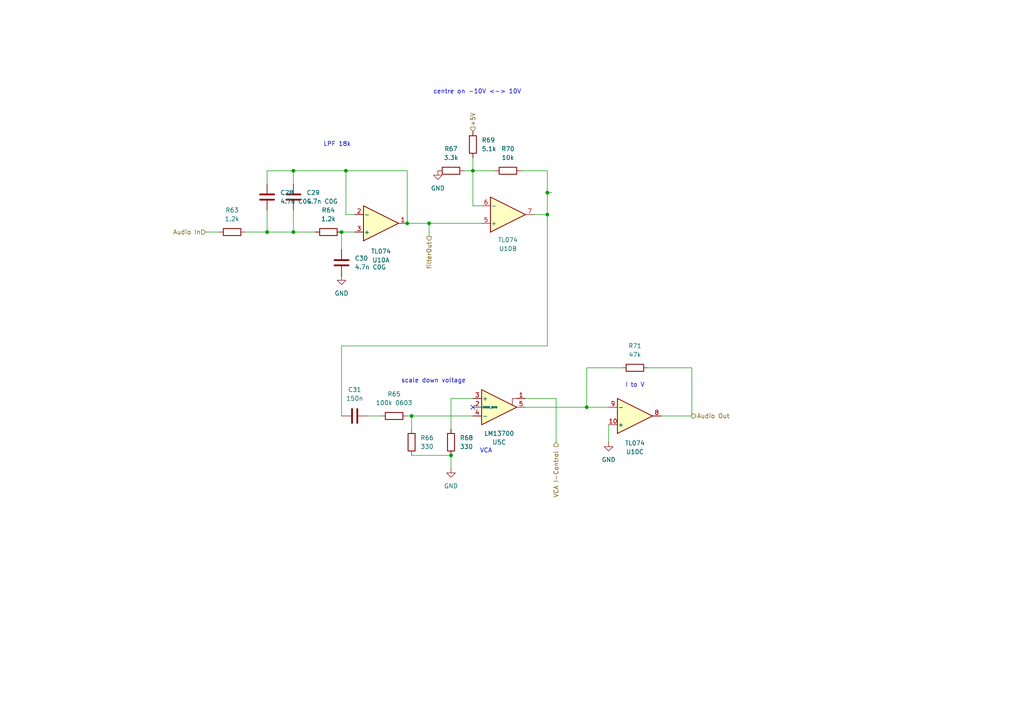
<source format=kicad_sch>
(kicad_sch (version 20250114) (generator "eeschema") (generator_version "9.0")
  (paper "A4")
  (lib_symbols
    (symbol "Amplifier_Operational:LM13700" (pin_names (offset 0.127))
      (property "Reference" "U" (at 3.81 5.08 0))
      (property "Value" "LM13700" (at 5.08 -5.08 0))
      (symbol "LM13700_1_1"
        (polyline (pts (xy 3.81 -0.635) (xy 3.81 -2.54) (xy 5.08 -2.54)))
        (polyline (pts (xy 5.08 0) (xy -5.08 -5.08) (xy -5.08 5.08) (xy 5.08 0)) (stroke (width 0.254)) (fill (type background)))
        (pin input line (at -7.62 2.54 0) (length 2.54) (name "-") (number "13"))
        (pin input line (at -7.62 0 0) (length 2.54) (name "DIODE_BIAS") (number "15"))
        (pin input line (at -7.62 -2.54 0) (length 2.54) (name "+") (number "14"))
        (pin output line (at 7.62 0 180) (length 2.54) (name "~") (number "12"))
        (pin input line (at 7.62 -2.54 180) (length 2.54) (name "~") (number "16"))
      )
      (symbol "LM13700_2_0"
        (polyline (pts (xy -1.905 2.54) (xy -3.175 2.54)))
      )
      (symbol "LM13700_2_1"
        (polyline (pts (xy -3.81 1.27) (xy -3.81 -1.27)))
        (polyline (pts (xy -3.81 0.635) (xy -2.54 1.27) (xy -2.54 1.905) (xy -2.54 2.54)))
        (polyline (pts (xy -3.81 -0.635) (xy -2.54 -1.27)))
        (circle (center -2.54 1.905) (radius 0.254) (stroke (width 0.254)) (fill (type outline)))
        (polyline (pts (xy -2.54 0) (xy -2.54 -2.54)))
        (polyline (pts (xy -2.54 -0.635) (xy -1.27 0) (xy -1.27 1.905) (xy -2.54 1.905)))
        (polyline (pts (xy -2.54 -1.27) (xy -3.175 -0.635) (xy -3.175 -1.27) (xy -2.54 -1.27)) (fill (type outline)))
        (polyline (pts (xy -2.54 -1.905) (xy -1.27 -2.54)))
        (polyline (pts (xy -1.27 -2.54) (xy -1.905 -1.905) (xy -1.905 -2.54) (xy -1.27 -2.54)) (fill (type outline)))
        (text "V+" (at -2.54 3.81 0) (effects (font (size 1.27 1.27))))
        (pin input line (at -7.62 0 0) (length 3.81) (name "~") (number "10"))
        (pin output line (at 2.54 -2.54 180) (length 3.81) (name "~") (number "9"))
      )
      (symbol "LM13700_3_1"
        (polyline (pts (xy 3.81 -0.635) (xy 3.81 -2.54) (xy 5.08 -2.54)))
        (polyline (pts (xy 5.08 0) (xy -5.08 -5.08) (xy -5.08 5.08) (xy 5.08 0)) (stroke (width 0.254)) (fill (type background)))
        (pin input line (at -7.62 2.54 0) (length 2.54) (name "-") (number "4"))
        (pin input line (at -7.62 0 0) (length 2.54) (name "DIODE_BIAS") (number "2"))
        (pin input line (at -7.62 -2.54 0) (length 2.54) (name "+") (number "3"))
        (pin output line (at 7.62 0 180) (length 2.54) (name "~") (number "5"))
        (pin input line (at 7.62 -2.54 180) (length 2.54) (name "~") (number "1"))
      )
      (symbol "LM13700_4_0"
        (polyline (pts (xy -3.175 2.54) (xy -1.905 2.54)))
        (text "V+" (at -2.54 3.81 0) (effects (font (size 1.27 1.27))))
      )
      (symbol "LM13700_4_1"
        (polyline (pts (xy -3.81 1.27) (xy -3.81 -1.27)))
        (polyline (pts (xy -3.81 0.635) (xy -2.54 1.27) (xy -2.54 2.54)))
        (polyline (pts (xy -3.81 -0.635) (xy -2.54 -1.27)))
        (circle (center -2.54 1.905) (radius 0.254) (stroke (width 0.254)) (fill (type outline)))
        (polyline (pts (xy -2.54 0) (xy -2.54 -2.54)))
        (polyline (pts (xy -2.54 -0.635) (xy -1.27 0) (xy -1.27 1.905) (xy -2.54 1.905)))
        (polyline (pts (xy -2.54 -1.27) (xy -3.175 -0.635) (xy -3.175 -1.27) (xy -2.54 -1.27)) (fill (type outline)))
        (polyline (pts (xy -2.54 -1.905) (xy -1.27 -2.54)))
        (polyline (pts (xy -1.27 -2.54) (xy -1.905 -1.905) (xy -1.905 -2.54) (xy -1.27 -2.54)) (fill (type outline)))
        (pin input line (at -7.62 0 0) (length 3.81) (name "~") (number "7"))
        (pin output line (at 2.54 -2.54 180) (length 3.81) (name "~") (number "8"))
      )
      (symbol "LM13700_5_1"
        (pin power_in line (at -2.54 7.62 270) (length 3.81) (name "V+") (number "11"))
        (pin power_in line (at -2.54 -7.62 90) (length 3.81) (name "V-") (number "6"))
      )
    )
    (symbol "Amplifier_Operational:TL074" (pin_names (offset 0.127))
      (property "Reference" "U" (at 0 5.08 0))
      (property "Value" "TL074" (at 0 -5.08 0))
      (symbol "TL074_1_1"
        (polyline (pts (xy -5.08 5.08) (xy 5.08 0) (xy -5.08 -5.08) (xy -5.08 5.08)) (stroke (width 0.254)) (fill (type background)))
        (pin input line (at -7.62 2.54 0) (length 2.54) (name "+") (number "3"))
        (pin input line (at -7.62 -2.54 0) (length 2.54) (name "-") (number "2"))
        (pin output line (at 7.62 0 180) (length 2.54) (name "~") (number "1"))
      )
      (symbol "TL074_2_1"
        (polyline (pts (xy -5.08 5.08) (xy 5.08 0) (xy -5.08 -5.08) (xy -5.08 5.08)) (stroke (width 0.254)) (fill (type background)))
        (pin input line (at -7.62 2.54 0) (length 2.54) (name "+") (number "5"))
        (pin input line (at -7.62 -2.54 0) (length 2.54) (name "-") (number "6"))
        (pin output line (at 7.62 0 180) (length 2.54) (name "~") (number "7"))
      )
      (symbol "TL074_3_1"
        (polyline (pts (xy -5.08 5.08) (xy 5.08 0) (xy -5.08 -5.08) (xy -5.08 5.08)) (stroke (width 0.254)) (fill (type background)))
        (pin input line (at -7.62 2.54 0) (length 2.54) (name "+") (number "10"))
        (pin input line (at -7.62 -2.54 0) (length 2.54) (name "-") (number "9"))
        (pin output line (at 7.62 0 180) (length 2.54) (name "~") (number "8"))
      )
      (symbol "TL074_4_1"
        (polyline (pts (xy -5.08 5.08) (xy 5.08 0) (xy -5.08 -5.08) (xy -5.08 5.08)) (stroke (width 0.254)) (fill (type background)))
        (pin input line (at -7.62 2.54 0) (length 2.54) (name "+") (number "12"))
        (pin input line (at -7.62 -2.54 0) (length 2.54) (name "-") (number "13"))
        (pin output line (at 7.62 0 180) (length 2.54) (name "~") (number "14"))
      )
      (symbol "TL074_5_1"
        (pin power_in line (at -2.54 7.62 270) (length 3.81) (name "V+") (number "4"))
        (pin power_in line (at -2.54 -7.62 90) (length 3.81) (name "V-") (number "11"))
      )
    )
    (symbol "Device:C" (pin_numbers (hide yes)) (pin_names (offset 0.254))
      (property "Reference" "C" (at 0.635 2.54 0))
      (property "Value" "C" (at 0.635 -2.54 0))
      (symbol "C_0_1"
        (polyline (pts (xy -2.032 0.762) (xy 2.032 0.762)) (stroke (width 0.508)))
        (polyline (pts (xy -2.032 -0.762) (xy 2.032 -0.762)) (stroke (width 0.508)))
      )
      (symbol "C_1_1"
        (pin passive line (at 0 3.81 270) (length 2.794) (name "~") (number "1"))
        (pin passive line (at 0 -3.81 90) (length 2.794) (name "~") (number "2"))
      )
    )
    (symbol "Device:R" (pin_numbers (hide yes)) (pin_names (offset 0))
      (property "Reference" "R" (at 2.032 0 90))
      (property "Value" "R" (at 0 0 90))
      (symbol "R_0_1"
        (rectangle (start -1.016 -2.54) (end 1.016 2.54) (stroke (width 0.254)))
      )
      (symbol "R_1_1"
        (pin passive line (at 0 3.81 270) (length 1.27) (name "~") (number "1"))
        (pin passive line (at 0 -3.81 90) (length 1.27) (name "~") (number "2"))
      )
    )
    (symbol "power:GND" (power) (pin_numbers (hide yes)) (pin_names (offset 0) (hide yes))
      (property "Value" "GND" (at 0 -3.81 0))
      (symbol "GND_0_1"
        (polyline (pts (xy 0 0) (xy 0 -1.27) (xy 1.27 -1.27) (xy 0 -2.54) (xy -1.27 -1.27) (xy 0 -1.27)))
      )
      (symbol "GND_1_1"
        (pin power_in line (at 0 0 270) (length 0) (name "~") (number "1"))
      )
    )
  )
  (text "LPF 18k\n" (at 97.79 41.91 0) (effects (font (size 1.27 1.27))))
  (text "I to V" (at 184.15 111.76 0) (effects (font (size 1.27 1.27))))
  (text "VCA" (at 140.97 130.81 0) (effects (font (size 1.27 1.27))))
  (text "centre on -10V <-> 10V" (at 138.43 26.67 0) (effects (font (size 1.27 1.27))))
  (text "scale down voltage" (at 125.73 110.49 0) (effects (font (size 1.27 1.27))))
  (junction (at 99.06 67.31))
  (junction (at 137.16 49.53))
  (junction (at 119.38 120.65))
  (junction (at 158.75 62.23))
  (junction (at 158.75 55.88))
  (junction (at 130.81 132.08))
  (junction (at 77.47 67.31))
  (junction (at 100.33 49.53))
  (junction (at 124.46 64.77))
  (junction (at 170.18 118.11))
  (junction (at 85.09 67.31))
  (junction (at 118.11 64.77))
  (junction (at 85.09 49.53))
  (no_connect (at 137.16 118.11))
  (wire (pts (xy 118.11 64.77) (xy 124.46 64.77)))
  (wire (pts (xy 151.13 49.53) (xy 158.75 49.53)))
  (wire (pts (xy 99.06 67.31) (xy 99.06 72.39)))
  (wire (pts (xy 77.47 49.53) (xy 85.09 49.53)))
  (wire (pts (xy 118.11 120.65) (xy 119.38 120.65)))
  (wire (pts (xy 176.53 128.27) (xy 176.53 123.19)))
  (wire (pts (xy 170.18 106.68) (xy 170.18 118.11)))
  (wire (pts (xy 130.81 135.89) (xy 130.81 132.08)))
  (wire (pts (xy 200.66 106.68) (xy 187.96 106.68)))
  (wire (pts (xy 161.29 115.57) (xy 152.4 115.57)))
  (wire (pts (xy 191.77 120.65) (xy 200.66 120.65)))
  (wire (pts (xy 99.06 67.31) (xy 102.87 67.31)))
  (wire (pts (xy 77.47 67.31) (xy 85.09 67.31)))
  (wire (pts (xy 180.34 106.68) (xy 170.18 106.68)))
  (wire (pts (xy 152.4 118.11) (xy 170.18 118.11)))
  (wire (pts (xy 77.47 53.34) (xy 77.47 49.53)))
  (wire (pts (xy 130.81 124.46) (xy 130.81 115.57)))
  (wire (pts (xy 137.16 45.72) (xy 137.16 49.53)))
  (wire (pts (xy 137.16 59.69) (xy 137.16 49.53)))
  (wire (pts (xy 85.09 49.53) (xy 100.33 49.53)))
  (wire (pts (xy 130.81 115.57) (xy 137.16 115.57)))
  (wire (pts (xy 124.46 68.58) (xy 124.46 64.77)))
  (wire (pts (xy 119.38 132.08) (xy 130.81 132.08)))
  (wire (pts (xy 158.75 55.88) (xy 158.75 62.23)))
  (wire (pts (xy 119.38 124.46) (xy 119.38 120.65)))
  (wire (pts (xy 137.16 49.53) (xy 143.51 49.53)))
  (wire (pts (xy 158.75 55.88) (xy 160.02 55.88)))
  (wire (pts (xy 100.33 49.53) (xy 118.11 49.53)))
  (wire (pts (xy 139.7 59.69) (xy 137.16 59.69)))
  (wire (pts (xy 85.09 67.31) (xy 91.44 67.31)))
  (wire (pts (xy 161.29 128.27) (xy 161.29 115.57)))
  (wire (pts (xy 118.11 49.53) (xy 118.11 64.77)))
  (wire (pts (xy 100.33 62.23) (xy 100.33 49.53)))
  (wire (pts (xy 158.75 100.33) (xy 99.06 100.33)))
  (wire (pts (xy 85.09 60.96) (xy 85.09 67.31)))
  (wire (pts (xy 158.75 62.23) (xy 154.94 62.23)))
  (wire (pts (xy 102.87 62.23) (xy 100.33 62.23)))
  (wire (pts (xy 77.47 60.96) (xy 77.47 67.31)))
  (wire (pts (xy 59.69 67.31) (xy 63.5 67.31)))
  (wire (pts (xy 158.75 62.23) (xy 158.75 100.33)))
  (wire (pts (xy 99.06 100.33) (xy 99.06 120.65)))
  (wire (pts (xy 85.09 53.34) (xy 85.09 49.53)))
  (wire (pts (xy 158.75 49.53) (xy 158.75 55.88)))
  (wire (pts (xy 200.66 106.68) (xy 200.66 120.65)))
  (wire (pts (xy 110.49 120.65) (xy 106.68 120.65)))
  (wire (pts (xy 119.38 120.65) (xy 137.16 120.65)))
  (wire (pts (xy 71.12 67.31) (xy 77.47 67.31)))
  (wire (pts (xy 124.46 64.77) (xy 139.7 64.77)))
  (wire (pts (xy 170.18 118.11) (xy 176.53 118.11)))
  (wire (pts (xy 134.62 49.53) (xy 137.16 49.53)))
  (hierarchical_label "Audio In" (shape input) (at 59.69 67.31 180))
  (hierarchical_label "Audio Out" (shape output) (at 200.66 120.65 0))
  (hierarchical_label "VCA I-Control " (shape input) (at 161.29 128.27 270))
  (hierarchical_label "+5V" (shape input) (at 137.16 38.1 90))
  (hierarchical_label "filterOut" (shape output) (at 124.46 68.58 270))
  (symbol (lib_id "power:GND") (at 99.06 80.01 0) (unit 1)
    (property "Reference" "#PWR087" (effects (hide yes)))
    (property "Value" "GND" (at 99.06 85.09 0))
    (property "Description" "Power symbol creates a global label with name \"GND\" , ground" (effects (hide yes)))
    (instances (project "myriad_0.4" (path "" (reference "#PWR091") (unit 1)) (path "" (reference "#PWR087") (unit 1))))
  )
  (symbol (lib_id "Device:C") (at 85.09 57.15 0) (unit 1)
    (property "Reference" "C25" (at 88.9 55.8799 0) (effects (justify left)))
    (property "Value" "4.7n C0G" (at 88.9 58.4199 0) (effects (justify left)))
    (property "Footprint" "Capacitor_SMD:C_0805_2012Metric" (effects (hide yes)))
    (property "Description" "Unpolarized capacitor" (effects (hide yes)))
    (instances (project "myriad_0.4" (path "" (reference "C29") (unit 1)) (path "" (reference "C25") (unit 1))))
  )
  (symbol (lib_id "Amplifier_Operational:TL074") (at 184.15 120.65 0) (mirror x) (unit 3)
    (property "Reference" "U4" (at 184.15 131.064 0))
    (property "Value" "TL074" (at 184.15 128.524 0))
    (property "Footprint" "Package_SO:TSSOP-14_4.4x5mm_P0.65mm" (effects (hide yes)))
    (property "Datasheet" "http://www.ti.com/lit/ds/symlink/tl071.pdf" (effects (hide yes)))
    (property "Description" "Quad Low-Noise JFET-Input Operational Amplifiers, DIP-14/SOIC-14" (effects (hide yes)))
    (instances (project "myriad_0.4" (path "" (reference "U10") (unit 3)) (path "" (reference "U4") (unit 3))))
  )
  (symbol (lib_id "Device:C") (at 77.47 57.15 0) (mirror y) (unit 1)
    (property "Reference" "C24" (at 81.28 55.8799 0) (effects (justify right)))
    (property "Value" "4.7n C0G" (at 81.28 58.4199 0) (effects (justify right)))
    (property "Footprint" "Capacitor_SMD:C_0805_2012Metric" (effects (hide yes)))
    (property "Description" "Unpolarized capacitor" (effects (hide yes)))
    (instances (project "myriad_0.4" (path "" (reference "C28") (unit 1)) (path "" (reference "C24") (unit 1))))
  )
  (symbol (lib_id "Device:R") (at 114.3 120.65 90) (unit 1)
    (property "Reference" "R56" (at 114.3 114.3 90))
    (property "Value" "100k 0603" (at 114.3 116.84 90))
    (property "Footprint" "Resistor_SMD:R_0603_1608Metric" (effects (hide yes)))
    (property "Description" "Resistor" (effects (hide yes)))
    (instances (project "myriad_0.4" (path "" (reference "R65") (unit 1)) (path "" (reference "R56") (unit 1))))
  )
  (symbol (lib_id "Device:R") (at 67.31 67.31 90) (unit 1)
    (property "Reference" "R54" (at 67.31 60.96 90))
    (property "Value" "1.2k" (at 67.31 63.5 90))
    (property "Footprint" "Resistor_SMD:R_0603_1608Metric" (effects (hide yes)))
    (property "Description" "Resistor" (effects (hide yes)))
    (instances (project "myriad_0.4" (path "" (reference "R63") (unit 1)) (path "" (reference "R54") (unit 1))))
  )
  (symbol (lib_id "Device:C") (at 102.87 120.65 90) (unit 1)
    (property "Reference" "C27" (at 102.87 113.03 90))
    (property "Value" "150n" (at 102.87 115.57 90))
    (property "Footprint" "Capacitor_THT:C_Rect_L7.0mm_W4.5mm_P5.00mm" (effects (hide yes)))
    (property "Description" "Unpolarized capacitor" (effects (hide yes)))
    (instances (project "myriad_0.4" (path "" (reference "C31") (unit 1)) (path "" (reference "C27") (unit 1))))
  )
  (symbol (lib_id "Device:R") (at 95.25 67.31 90) (unit 1)
    (property "Reference" "R55" (at 95.25 60.96 90))
    (property "Value" "1.2k" (at 95.25 63.5 90))
    (property "Footprint" "Resistor_SMD:R_0603_1608Metric" (effects (hide yes)))
    (property "Description" "Resistor" (effects (hide yes)))
    (instances (project "myriad_0.4" (path "" (reference "R64") (unit 1)) (path "" (reference "R55") (unit 1))))
  )
  (symbol (lib_id "Device:R") (at 130.81 49.53 90) (unit 1)
    (property "Reference" "R58" (at 130.81 43.18 90))
    (property "Value" "3.3k" (at 130.81 45.72 90))
    (property "Footprint" "Resistor_SMD:R_0603_1608Metric" (effects (hide yes)))
    (property "Description" "Resistor" (effects (hide yes)))
    (instances (project "myriad_0.4" (path "" (reference "R67") (unit 1)) (path "" (reference "R58") (unit 1))))
  )
  (symbol (lib_id "Device:R") (at 184.15 106.68 90) (unit 1)
    (property "Reference" "R62" (at 184.15 100.33 90))
    (property "Value" "47k" (at 184.15 102.87 90))
    (property "Footprint" "Resistor_SMD:R_0603_1608Metric" (effects (hide yes)))
    (property "Description" "Resistor" (effects (hide yes)))
    (property "JLC" "C25819" (effects (hide yes)))
    (instances (project "myriad_0.4" (path "" (reference "R71") (unit 1)) (path "" (reference "R62") (unit 1))))
  )
  (symbol (lib_id "Device:R") (at 147.32 49.53 90) (unit 1)
    (property "Reference" "R61" (at 147.32 43.18 90))
    (property "Value" "10k" (at 147.32 45.72 90))
    (property "Footprint" "Resistor_SMD:R_0603_1608Metric" (effects (hide yes)))
    (property "Description" "Resistor" (effects (hide yes)))
    (instances (project "myriad_0.4" (path "" (reference "R70") (unit 1)) (path "" (reference "R61") (unit 1))))
  )
  (symbol (lib_id "Amplifier_Operational:TL074") (at 147.32 62.23 0) (mirror x) (unit 2)
    (property "Reference" "U4" (at 147.32 72.136 0))
    (property "Value" "TL074" (at 147.32 69.596 0))
    (property "Footprint" "Package_SO:TSSOP-14_4.4x5mm_P0.65mm" (effects (hide yes)))
    (property "Datasheet" "http://www.ti.com/lit/ds/symlink/tl071.pdf" (effects (hide yes)))
    (property "Description" "Quad Low-Noise JFET-Input Operational Amplifiers, DIP-14/SOIC-14" (effects (hide yes)))
    (instances (project "myriad_0.4" (path "" (reference "U10") (unit 2)) (path "" (reference "U4") (unit 2))))
  )
  (symbol (lib_id "power:GND") (at 130.81 135.89 0) (unit 1)
    (property "Reference" "#PWR089" (effects (hide yes)))
    (property "Value" "GND" (at 130.81 140.97 0))
    (property "Description" "Power symbol creates a global label with name \"GND\" , ground" (effects (hide yes)))
    (instances (project "myriad_0.4" (path "" (reference "#PWR093") (unit 1)) (path "" (reference "#PWR089") (unit 1))))
  )
  (symbol (lib_id "Amplifier_Operational:LM13700") (at 144.78 118.11 0) (mirror x) (unit 1)
    (property "Reference" "U5" (at 144.78 128.27 0))
    (property "Value" "LM13700" (at 144.78 125.73 0))
    (property "Footprint" "Package_SO:SOIC-16_3.9x9.9mm_P1.27mm" (effects (hide yes)))
    (property "Datasheet" "http://www.ti.com/lit/ds/symlink/lm13700.pdf" (effects (hide yes)))
    (property "Description" "Dual Operational Transconductance Amplifiers with Linearizing Diodes and Buffers, DIP-16/SOIC-16" (effects (hide yes)))
    (instances (project "myriad_0.4" (path "" (reference "U5") (unit 3)) (path "" (reference "U5") (unit 1))))
  )
  (symbol (lib_id "power:GND") (at 127 49.53 0) (unit 1)
    (property "Reference" "#PWR088" (effects (hide yes)))
    (property "Value" "GND" (at 127 54.61 0))
    (property "Description" "Power symbol creates a global label with name \"GND\" , ground" (effects (hide yes)))
    (instances (project "myriad_0.4" (path "" (reference "#PWR092") (unit 1)) (path "" (reference "#PWR088") (unit 1))))
  )
  (symbol (lib_id "Device:R") (at 130.81 128.27 0) (unit 1)
    (property "Reference" "R59" (at 133.35 126.9999 0) (effects (justify left)))
    (property "Value" "330" (at 133.35 129.5399 0) (effects (justify left)))
    (property "Footprint" "Resistor_SMD:R_0603_1608Metric" (effects (hide yes)))
    (property "Description" "Resistor" (effects (hide yes)))
    (instances (project "myriad_0.4" (path "" (reference "R68") (unit 1)) (path "" (reference "R59") (unit 1))))
  )
  (symbol (lib_id "Device:R") (at 119.38 128.27 0) (unit 1)
    (property "Reference" "R57" (at 121.92 126.9999 0) (effects (justify left)))
    (property "Value" "330" (at 121.92 129.5399 0) (effects (justify left)))
    (property "Footprint" "Resistor_SMD:R_0603_1608Metric" (effects (hide yes)))
    (property "Description" "Resistor" (effects (hide yes)))
    (instances (project "myriad_0.4" (path "" (reference "R66") (unit 1)) (path "" (reference "R57") (unit 1))))
  )
  (symbol (lib_id "Device:C") (at 99.06 76.2 0) (unit 1)
    (property "Reference" "C26" (at 102.87 74.9299 0) (effects (justify left)))
    (property "Value" "4.7n C0G" (at 102.87 77.4699 0) (effects (justify left)))
    (property "Footprint" "Capacitor_SMD:C_0805_2012Metric" (effects (hide yes)))
    (property "Description" "Unpolarized capacitor" (effects (hide yes)))
    (instances (project "myriad_0.4" (path "" (reference "C30") (unit 1)) (path "" (reference "C26") (unit 1))))
  )
  (symbol (lib_id "Amplifier_Operational:TL074") (at 110.49 64.77 0) (mirror x) (unit 1)
    (property "Reference" "U4" (at 110.49 75.438 0))
    (property "Value" "TL074" (at 110.49 72.898 0))
    (property "Footprint" "Package_SO:TSSOP-14_4.4x5mm_P0.65mm" (effects (hide yes)))
    (property "Datasheet" "http://www.ti.com/lit/ds/symlink/tl071.pdf" (effects (hide yes)))
    (property "Description" "Quad Low-Noise JFET-Input Operational Amplifiers, DIP-14/SOIC-14" (effects (hide yes)))
    (instances (project "myriad_0.4" (path "" (reference "U10") (unit 1)) (path "" (reference "U4") (unit 1))))
  )
  (symbol (lib_id "power:GND") (at 176.53 128.27 0) (unit 1)
    (property "Reference" "#PWR090" (effects (hide yes)))
    (property "Value" "GND" (at 176.53 133.35 0))
    (property "Description" "Power symbol creates a global label with name \"GND\" , ground" (effects (hide yes)))
    (instances (project "myriad_0.4" (path "" (reference "#PWR094") (unit 1)) (path "" (reference "#PWR090") (unit 1))))
  )
  (symbol (lib_id "Device:R") (at 137.16 41.91 0) (unit 1)
    (property "Reference" "R60" (at 139.7 40.6399 0) (effects (justify left)))
    (property "Value" "5.1k" (at 139.7 43.1799 0) (effects (justify left)))
    (property "Footprint" "Resistor_SMD:R_0603_1608Metric" (effects (hide yes)))
    (property "Description" "Resistor" (effects (hide yes)))
    (instances (project "myriad_0.4" (path "" (reference "R69") (unit 1)) (path "" (reference "R60") (unit 1))))
  )
)
</source>
